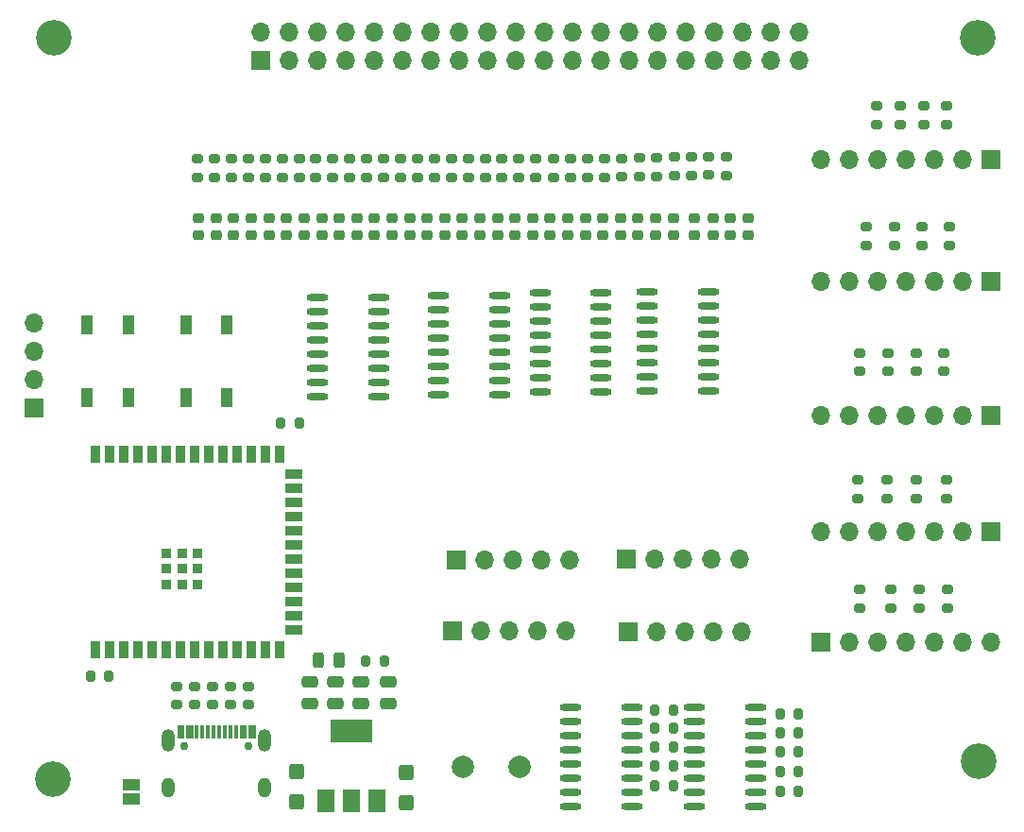
<source format=gts>
G04 #@! TF.GenerationSoftware,KiCad,Pcbnew,(6.0.5)*
G04 #@! TF.CreationDate,2025-09-09T17:56:06-06:00*
G04 #@! TF.ProjectId,tarjeta_pump_it_up,7461726a-6574-4615-9f70-756d705f6974,rev?*
G04 #@! TF.SameCoordinates,Original*
G04 #@! TF.FileFunction,Soldermask,Top*
G04 #@! TF.FilePolarity,Negative*
%FSLAX46Y46*%
G04 Gerber Fmt 4.6, Leading zero omitted, Abs format (unit mm)*
G04 Created by KiCad (PCBNEW (6.0.5)) date 2025-09-09 17:56:06*
%MOMM*%
%LPD*%
G01*
G04 APERTURE LIST*
G04 Aperture macros list*
%AMRoundRect*
0 Rectangle with rounded corners*
0 $1 Rounding radius*
0 $2 $3 $4 $5 $6 $7 $8 $9 X,Y pos of 4 corners*
0 Add a 4 corners polygon primitive as box body*
4,1,4,$2,$3,$4,$5,$6,$7,$8,$9,$2,$3,0*
0 Add four circle primitives for the rounded corners*
1,1,$1+$1,$2,$3*
1,1,$1+$1,$4,$5*
1,1,$1+$1,$6,$7*
1,1,$1+$1,$8,$9*
0 Add four rect primitives between the rounded corners*
20,1,$1+$1,$2,$3,$4,$5,0*
20,1,$1+$1,$4,$5,$6,$7,0*
20,1,$1+$1,$6,$7,$8,$9,0*
20,1,$1+$1,$8,$9,$2,$3,0*%
G04 Aperture macros list end*
%ADD10RoundRect,0.200000X0.275000X-0.200000X0.275000X0.200000X-0.275000X0.200000X-0.275000X-0.200000X0*%
%ADD11RoundRect,0.200000X-0.275000X0.200000X-0.275000X-0.200000X0.275000X-0.200000X0.275000X0.200000X0*%
%ADD12C,3.200000*%
%ADD13O,1.970000X0.600000*%
%ADD14RoundRect,0.200000X-0.200000X-0.275000X0.200000X-0.275000X0.200000X0.275000X-0.200000X0.275000X0*%
%ADD15R,1.700000X1.700000*%
%ADD16O,1.700000X1.700000*%
%ADD17RoundRect,0.225000X-0.250000X0.225000X-0.250000X-0.225000X0.250000X-0.225000X0.250000X0.225000X0*%
%ADD18RoundRect,0.250000X0.475000X-0.250000X0.475000X0.250000X-0.475000X0.250000X-0.475000X-0.250000X0*%
%ADD19R,0.900000X1.500000*%
%ADD20R,1.500000X0.900000*%
%ADD21R,0.900000X0.900000*%
%ADD22RoundRect,0.250000X0.425000X-0.450000X0.425000X0.450000X-0.425000X0.450000X-0.425000X-0.450000X0*%
%ADD23R,1.000000X1.700000*%
%ADD24RoundRect,0.225000X0.250000X-0.225000X0.250000X0.225000X-0.250000X0.225000X-0.250000X-0.225000X0*%
%ADD25C,2.000000*%
%ADD26R,1.500000X1.000000*%
%ADD27RoundRect,0.243750X0.243750X0.456250X-0.243750X0.456250X-0.243750X-0.456250X0.243750X-0.456250X0*%
%ADD28R,1.500000X2.000000*%
%ADD29R,3.800000X2.000000*%
%ADD30C,0.750000*%
%ADD31O,1.200000X2.000000*%
%ADD32O,1.200000X1.800000*%
%ADD33R,0.300000X1.300000*%
G04 APERTURE END LIST*
D10*
X109559300Y-86565000D03*
X109559300Y-84915000D03*
D11*
X100130000Y-132225000D03*
X100130000Y-133875000D03*
D12*
X171910000Y-74070000D03*
D13*
X146520000Y-134060000D03*
X146520000Y-135330000D03*
X146520000Y-136600000D03*
X146520000Y-137880000D03*
X146520000Y-139140000D03*
X146520000Y-140410000D03*
X146520000Y-141680000D03*
X146520000Y-142950000D03*
X152000000Y-142950000D03*
X152000000Y-141680000D03*
X152000000Y-140410000D03*
X152000000Y-139140000D03*
X152000000Y-137880000D03*
X152000000Y-136600000D03*
X152000000Y-135330000D03*
X152000000Y-134060000D03*
D14*
X117075000Y-129980000D03*
X118725000Y-129980000D03*
D10*
X121690800Y-86565000D03*
X121690800Y-84915000D03*
D15*
X173070000Y-84950000D03*
D16*
X170530000Y-84950000D03*
X167990000Y-84950000D03*
X165450000Y-84950000D03*
X162910000Y-84950000D03*
X160370000Y-84950000D03*
X157830000Y-84950000D03*
D17*
X120978400Y-90195000D03*
X120978400Y-91745000D03*
D10*
X161940000Y-92655000D03*
X161940000Y-91005000D03*
D17*
X102076500Y-90195000D03*
X102076500Y-91745000D03*
D11*
X164943400Y-80195000D03*
X164943400Y-81845000D03*
D10*
X169073300Y-115355000D03*
X169073300Y-113705000D03*
D17*
X117828100Y-90195000D03*
X117828100Y-91745000D03*
D10*
X166880000Y-92655000D03*
X166880000Y-91005000D03*
D13*
X138147500Y-105842500D03*
X138147500Y-104572500D03*
X138147500Y-103302500D03*
X138147500Y-102022500D03*
X138147500Y-100762500D03*
X138147500Y-99492500D03*
X138147500Y-98222500D03*
X138147500Y-96952500D03*
X132667500Y-96952500D03*
X132667500Y-98222500D03*
X132667500Y-99492500D03*
X132667500Y-100762500D03*
X132667500Y-102022500D03*
X132667500Y-103302500D03*
X132667500Y-104572500D03*
X132667500Y-105842500D03*
D10*
X114108600Y-86565000D03*
X114108600Y-84915000D03*
X105010000Y-86565000D03*
X105010000Y-84915000D03*
D18*
X119090000Y-133710000D03*
X119090000Y-131810000D03*
D13*
X135402500Y-134077500D03*
X135402500Y-135347500D03*
X135402500Y-136617500D03*
X135402500Y-137897500D03*
X135402500Y-139157500D03*
X135402500Y-140427500D03*
X135402500Y-141697500D03*
X135402500Y-142967500D03*
X140882500Y-142967500D03*
X140882500Y-141697500D03*
X140882500Y-140427500D03*
X140882500Y-139157500D03*
X140882500Y-137897500D03*
X140882500Y-136617500D03*
X140882500Y-135347500D03*
X140882500Y-134077500D03*
D14*
X154202500Y-134697500D03*
X155852500Y-134697500D03*
D10*
X166420000Y-115355000D03*
X166420000Y-113705000D03*
D17*
X143030700Y-90195000D03*
X143030700Y-91745000D03*
X119403300Y-90195000D03*
X119403300Y-91745000D03*
D15*
X157820000Y-128210000D03*
D16*
X160360000Y-128210000D03*
X162900000Y-128210000D03*
X165440000Y-128210000D03*
X167980000Y-128210000D03*
X170520000Y-128210000D03*
X173060000Y-128210000D03*
D10*
X163856700Y-103970000D03*
X163856700Y-102320000D03*
D15*
X173070000Y-118380000D03*
D16*
X170530000Y-118380000D03*
X167990000Y-118380000D03*
X165450000Y-118380000D03*
X162910000Y-118380000D03*
X160370000Y-118380000D03*
X157830000Y-118380000D03*
D10*
X144700000Y-86405000D03*
X144700000Y-84755000D03*
D18*
X112040000Y-133710000D03*
X112040000Y-131810000D03*
D11*
X146260000Y-84745000D03*
X146260000Y-86395000D03*
D12*
X89120000Y-74070000D03*
D17*
X141455500Y-90195000D03*
X141455500Y-91745000D03*
D11*
X161360000Y-123530000D03*
X161360000Y-125180000D03*
D17*
X108377100Y-90195000D03*
X108377100Y-91745000D03*
D10*
X124723700Y-86565000D03*
X124723700Y-84915000D03*
D15*
X87310000Y-107290000D03*
D16*
X87310000Y-104750000D03*
X87310000Y-102210000D03*
X87310000Y-99670000D03*
D19*
X92860000Y-128900000D03*
X94130000Y-128900000D03*
X95400000Y-128900000D03*
X96670000Y-128900000D03*
X97940000Y-128900000D03*
X99210000Y-128900000D03*
X100480000Y-128900000D03*
X101750000Y-128900000D03*
X103020000Y-128900000D03*
X104290000Y-128900000D03*
X105560000Y-128900000D03*
X106830000Y-128900000D03*
X108100000Y-128900000D03*
X109370000Y-128900000D03*
D20*
X110640000Y-127140000D03*
X110640000Y-125870000D03*
X110640000Y-124600000D03*
X110640000Y-123330000D03*
X110640000Y-122060000D03*
X110640000Y-120780000D03*
X110640000Y-119520000D03*
X110640000Y-118250000D03*
X110640000Y-116980000D03*
X110640000Y-115700000D03*
X110640000Y-114430000D03*
X110610000Y-113160000D03*
D19*
X109370000Y-111400000D03*
X108100000Y-111400000D03*
X106830000Y-111400000D03*
X105560000Y-111400000D03*
X104290000Y-111400000D03*
X103020000Y-111400000D03*
X101750000Y-111400000D03*
X100480000Y-111400000D03*
X99210000Y-111400000D03*
X97940000Y-111400000D03*
X96670000Y-111400000D03*
X95400000Y-111400000D03*
X94130000Y-111400000D03*
X92860000Y-111400000D03*
D21*
X101980000Y-123050000D03*
X99180000Y-121650000D03*
X100580000Y-121650000D03*
X100580000Y-123050000D03*
X99180000Y-120250000D03*
X101980000Y-121650000D03*
X101980000Y-120250000D03*
X99180000Y-123050000D03*
X100580000Y-120250000D03*
D22*
X120640000Y-142650000D03*
X120640000Y-139950000D03*
D23*
X104610000Y-99760000D03*
X104610000Y-106360000D03*
X100910000Y-99760000D03*
X100910000Y-106360000D03*
D10*
X161350000Y-103970000D03*
X161350000Y-102320000D03*
X120174400Y-86565000D03*
X120174400Y-84915000D03*
D24*
X151325200Y-91780000D03*
X151325200Y-90230000D03*
D18*
X116650000Y-133710000D03*
X116650000Y-131810000D03*
D12*
X88980000Y-140520000D03*
D10*
X103493600Y-86565000D03*
X103493600Y-84915000D03*
D17*
X125703900Y-90195000D03*
X125703900Y-91745000D03*
D10*
X111075800Y-86565000D03*
X111075800Y-84915000D03*
D14*
X154202500Y-136417500D03*
X155852500Y-136417500D03*
D15*
X140410000Y-120790000D03*
D16*
X142950000Y-120790000D03*
X145490000Y-120790000D03*
X148030000Y-120790000D03*
X150570000Y-120790000D03*
D13*
X147757500Y-105722500D03*
X147757500Y-104452500D03*
X147757500Y-103182500D03*
X147757500Y-101902500D03*
X147757500Y-100642500D03*
X147757500Y-99372500D03*
X147757500Y-98102500D03*
X147757500Y-96832500D03*
X142277500Y-96832500D03*
X142277500Y-98102500D03*
X142277500Y-99372500D03*
X142277500Y-100642500D03*
X142277500Y-101902500D03*
X142277500Y-103182500D03*
X142277500Y-104452500D03*
X142277500Y-105722500D03*
D10*
X167040000Y-81845000D03*
X167040000Y-80195000D03*
D15*
X140585000Y-127340000D03*
D16*
X143125000Y-127340000D03*
X145665000Y-127340000D03*
X148205000Y-127340000D03*
X150745000Y-127340000D03*
D17*
X132004600Y-90195000D03*
X132004600Y-91745000D03*
D10*
X169350000Y-92655000D03*
X169350000Y-91005000D03*
D24*
X148174900Y-91780000D03*
X148174900Y-90230000D03*
D17*
X136730000Y-90195000D03*
X136730000Y-91745000D03*
D14*
X154202500Y-138107500D03*
X155852500Y-138107500D03*
D10*
X147810000Y-86375000D03*
X147810000Y-84725000D03*
D25*
X125790000Y-139440000D03*
X130870000Y-139440000D03*
D17*
X106802000Y-90195000D03*
X106802000Y-91745000D03*
D10*
X103340000Y-133875000D03*
X103340000Y-132225000D03*
D15*
X124850000Y-127260000D03*
D16*
X127390000Y-127260000D03*
X129930000Y-127260000D03*
X132470000Y-127260000D03*
X135010000Y-127260000D03*
D22*
X110870000Y-142562500D03*
X110870000Y-139862500D03*
D14*
X92400000Y-131280000D03*
X94050000Y-131280000D03*
D11*
X101735000Y-132225000D03*
X101735000Y-133875000D03*
D10*
X143120000Y-86500000D03*
X143120000Y-84850000D03*
D17*
X113102600Y-90195000D03*
X113102600Y-91745000D03*
X109952300Y-90195000D03*
X109952300Y-91745000D03*
D26*
X96070000Y-141040000D03*
X96070000Y-142340000D03*
D10*
X163766600Y-115355000D03*
X163766600Y-113705000D03*
D24*
X146520000Y-91775000D03*
X146520000Y-90225000D03*
D14*
X142962500Y-134317500D03*
X144612500Y-134317500D03*
D10*
X169136700Y-81845000D03*
X169136700Y-80195000D03*
X166363300Y-103970000D03*
X166363300Y-102320000D03*
X141570000Y-86505000D03*
X141570000Y-84855000D03*
D17*
X138305200Y-90195000D03*
X138305200Y-91745000D03*
D11*
X164140000Y-123530000D03*
X164140000Y-125180000D03*
D14*
X142962500Y-139377500D03*
X144612500Y-139377500D03*
D17*
X128854200Y-90195000D03*
X128854200Y-91745000D03*
D27*
X114687500Y-129880000D03*
X112812500Y-129880000D03*
D10*
X127756600Y-86565000D03*
X127756600Y-84915000D03*
D17*
X105226800Y-90195000D03*
X105226800Y-91745000D03*
X122553600Y-90195000D03*
X122553600Y-91745000D03*
D24*
X149750000Y-91780000D03*
X149750000Y-90230000D03*
D17*
X130429400Y-90195000D03*
X130429400Y-91745000D03*
D15*
X173070000Y-95930000D03*
D16*
X170530000Y-95930000D03*
X167990000Y-95930000D03*
X165450000Y-95930000D03*
X162910000Y-95930000D03*
X160370000Y-95930000D03*
X157830000Y-95930000D03*
D10*
X118658000Y-86565000D03*
X118658000Y-84915000D03*
X169200000Y-125180000D03*
X169200000Y-123530000D03*
D17*
X111527500Y-90195000D03*
X111527500Y-91745000D03*
D13*
X123577500Y-97182500D03*
X123577500Y-98452500D03*
X123577500Y-99722500D03*
X123577500Y-101002500D03*
X123577500Y-102262500D03*
X123577500Y-103532500D03*
X123577500Y-104802500D03*
X123577500Y-106072500D03*
X129057500Y-106072500D03*
X129057500Y-104802500D03*
X129057500Y-103532500D03*
X129057500Y-102262500D03*
X129057500Y-101002500D03*
X129057500Y-99722500D03*
X129057500Y-98452500D03*
X129057500Y-97182500D03*
D12*
X171980000Y-138910000D03*
D10*
X162846700Y-81845000D03*
X162846700Y-80195000D03*
X161113300Y-115355000D03*
X161113300Y-113705000D03*
X104945000Y-133875000D03*
X104945000Y-132225000D03*
D15*
X125180000Y-120880000D03*
D16*
X127720000Y-120880000D03*
X130260000Y-120880000D03*
X132800000Y-120880000D03*
X135340000Y-120880000D03*
D17*
X144605800Y-90195000D03*
X144605800Y-91745000D03*
D18*
X114370000Y-133710000D03*
X114370000Y-131810000D03*
D14*
X109425000Y-108580000D03*
X111075000Y-108580000D03*
D10*
X149370000Y-86400000D03*
X149370000Y-84750000D03*
X126240100Y-86565000D03*
X126240100Y-84915000D03*
D28*
X113480000Y-142490000D03*
D29*
X115780000Y-136190000D03*
D28*
X115780000Y-142490000D03*
X118080000Y-142490000D03*
D17*
X103651700Y-90195000D03*
X103651700Y-91745000D03*
D10*
X106526400Y-86565000D03*
X106526400Y-84915000D03*
X108042900Y-86565000D03*
X108042900Y-84915000D03*
X123207300Y-86565000D03*
X123207300Y-84915000D03*
D17*
X133579700Y-90195000D03*
X133579700Y-91745000D03*
D10*
X101977100Y-86565000D03*
X101977100Y-84915000D03*
D17*
X114677800Y-90195000D03*
X114677800Y-91745000D03*
D15*
X173070000Y-107900000D03*
D16*
X170530000Y-107900000D03*
X167990000Y-107900000D03*
X165450000Y-107900000D03*
X162910000Y-107900000D03*
X160370000Y-107900000D03*
X157830000Y-107900000D03*
D10*
X117141500Y-86565000D03*
X117141500Y-84915000D03*
D14*
X154202500Y-141597500D03*
X155852500Y-141597500D03*
D17*
X135154900Y-90195000D03*
X135154900Y-91745000D03*
D10*
X112592200Y-86565000D03*
X112592200Y-84915000D03*
D17*
X124128800Y-90195000D03*
X124128800Y-91745000D03*
D10*
X106550000Y-133875000D03*
X106550000Y-132225000D03*
D11*
X166620000Y-123530000D03*
X166620000Y-125180000D03*
D17*
X127279100Y-90195000D03*
X127279100Y-91745000D03*
D23*
X92060000Y-106360000D03*
X92060000Y-99760000D03*
X95760000Y-106360000D03*
X95760000Y-99760000D03*
D17*
X139880400Y-90195000D03*
X139880400Y-91745000D03*
D10*
X135430000Y-86575000D03*
X135430000Y-84925000D03*
X129273000Y-86565000D03*
X129273000Y-84915000D03*
X136970000Y-86565000D03*
X136970000Y-84915000D03*
D15*
X107625000Y-76075000D03*
D16*
X107625000Y-73535000D03*
X110165000Y-76075000D03*
X110165000Y-73535000D03*
X112705000Y-76075000D03*
X112705000Y-73535000D03*
X115245000Y-76075000D03*
X115245000Y-73535000D03*
X117785000Y-76075000D03*
X117785000Y-73535000D03*
X120325000Y-76075000D03*
X120325000Y-73535000D03*
X122865000Y-76075000D03*
X122865000Y-73535000D03*
X125405000Y-76075000D03*
X125405000Y-73535000D03*
X127945000Y-76075000D03*
X127945000Y-73535000D03*
X130485000Y-76075000D03*
X130485000Y-73535000D03*
X133025000Y-76075000D03*
X133025000Y-73535000D03*
X135565000Y-76075000D03*
X135565000Y-73535000D03*
X138105000Y-76075000D03*
X138105000Y-73535000D03*
X140645000Y-76075000D03*
X140645000Y-73535000D03*
X143185000Y-76075000D03*
X143185000Y-73535000D03*
X145725000Y-76075000D03*
X145725000Y-73535000D03*
X148265000Y-76075000D03*
X148265000Y-73535000D03*
X150805000Y-76075000D03*
X150805000Y-73535000D03*
X153345000Y-76075000D03*
X153345000Y-73535000D03*
X155885000Y-76075000D03*
X155885000Y-73535000D03*
D17*
X116252900Y-90195000D03*
X116252900Y-91745000D03*
D10*
X140020000Y-86535000D03*
X140020000Y-84885000D03*
X132305900Y-86565000D03*
X132305900Y-84915000D03*
D14*
X142962500Y-141127500D03*
X144612500Y-141127500D03*
X142962500Y-135977500D03*
X144612500Y-135977500D03*
D10*
X130789500Y-86565000D03*
X130789500Y-84915000D03*
D30*
X106570000Y-137587500D03*
X100770000Y-137587500D03*
D31*
X99340000Y-137087500D03*
X108000000Y-137087500D03*
D32*
X108000000Y-141267500D03*
X99340000Y-141267500D03*
D33*
X100320000Y-136327500D03*
X101120000Y-136327500D03*
X102420000Y-136327500D03*
X103420000Y-136327500D03*
X103920000Y-136327500D03*
X104920000Y-136327500D03*
X106220000Y-136327500D03*
X107020000Y-136327500D03*
X106720000Y-136327500D03*
X105920000Y-136327500D03*
X105420000Y-136327500D03*
X104420000Y-136327500D03*
X102920000Y-136327500D03*
X101920000Y-136327500D03*
X101420000Y-136327500D03*
X100620000Y-136327500D03*
D10*
X168870000Y-103970000D03*
X168870000Y-102320000D03*
D14*
X142962500Y-137627500D03*
X144612500Y-137627500D03*
D13*
X118220000Y-106230000D03*
X118220000Y-104960000D03*
X118220000Y-103690000D03*
X118220000Y-102410000D03*
X118220000Y-101150000D03*
X118220000Y-99880000D03*
X118220000Y-98610000D03*
X118220000Y-97340000D03*
X112740000Y-97340000D03*
X112740000Y-98610000D03*
X112740000Y-99880000D03*
X112740000Y-101150000D03*
X112740000Y-102410000D03*
X112740000Y-103690000D03*
X112740000Y-104960000D03*
X112740000Y-106230000D03*
D14*
X154202500Y-139817500D03*
X155852500Y-139817500D03*
D10*
X164410000Y-92655000D03*
X164410000Y-91005000D03*
X133860000Y-86555000D03*
X133860000Y-84905000D03*
X115625100Y-86565000D03*
X115625100Y-84915000D03*
X138500000Y-86565000D03*
X138500000Y-84915000D03*
M02*

</source>
